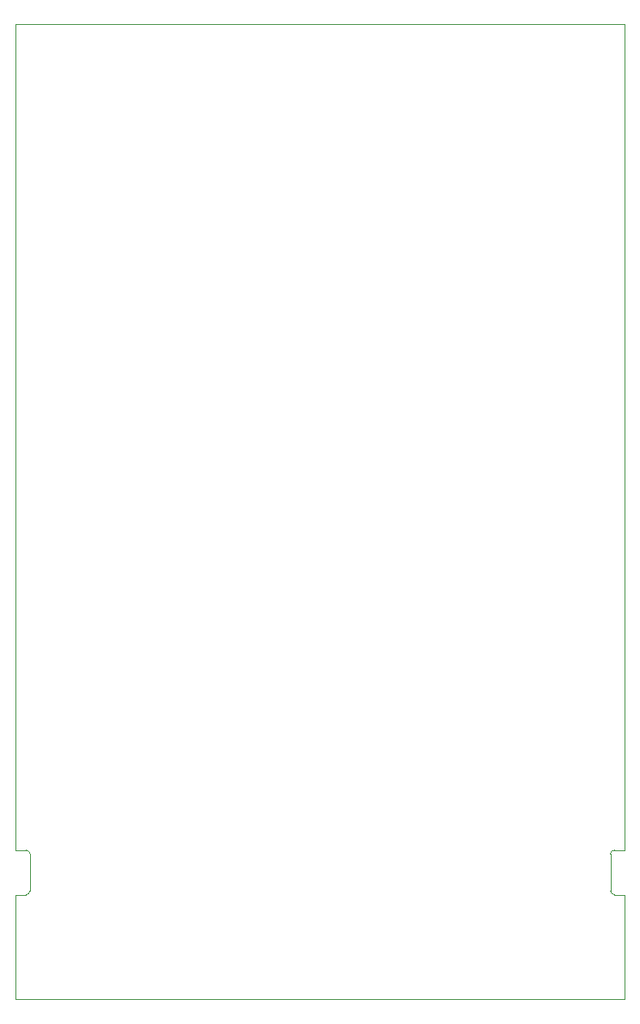
<source format=gbr>
%TF.GenerationSoftware,KiCad,Pcbnew,8.0.7*%
%TF.CreationDate,2025-02-23T13:29:02+00:00*%
%TF.ProjectId,WaveshareZeroKrell,57617665-7368-4617-9265-5a65726f4b72,rev?*%
%TF.SameCoordinates,Original*%
%TF.FileFunction,Profile,NP*%
%FSLAX46Y46*%
G04 Gerber Fmt 4.6, Leading zero omitted, Abs format (unit mm)*
G04 Created by KiCad (PCBNEW 8.0.7) date 2025-02-23 13:29:02*
%MOMM*%
%LPD*%
G01*
G04 APERTURE LIST*
%TA.AperFunction,Profile*%
%ADD10C,0.050000*%
%TD*%
%TA.AperFunction,Profile*%
%ADD11C,0.120000*%
%TD*%
G04 APERTURE END LIST*
D10*
X50000000Y-50000000D02*
X110000000Y-50000000D01*
X110000000Y-146000000D02*
X50000000Y-146000000D01*
X50000000Y-140000000D02*
X50000000Y-146000000D01*
X110000000Y-140000000D02*
X110000000Y-146000000D01*
X110000000Y-50000000D02*
X110000000Y-127000000D01*
X50000000Y-127000000D02*
X50000000Y-50000000D01*
D11*
%TO.C,J3*%
X50000000Y-131300000D02*
X50000000Y-127000000D01*
X50000000Y-135700000D02*
X50000000Y-140000000D01*
X51000000Y-131300000D02*
X50000000Y-131300000D01*
X51000000Y-135700000D02*
X50000000Y-135700000D01*
X51400000Y-135300000D02*
X51400000Y-131700000D01*
X51000000Y-131300000D02*
G75*
G02*
X51400000Y-131700000I-2J-400002D01*
G01*
X51400000Y-135300000D02*
G75*
G02*
X51000000Y-135700000I-400000J0D01*
G01*
%TO.C,J6*%
X108600000Y-131700000D02*
X108600000Y-135300000D01*
X109000000Y-131300000D02*
X110000000Y-131300000D01*
X109000000Y-135700000D02*
X110000000Y-135700000D01*
X110000000Y-131300000D02*
X110000000Y-127000000D01*
X110000000Y-135700000D02*
X110000000Y-140000000D01*
X108600000Y-131700000D02*
G75*
G02*
X109000000Y-131300000I400000J0D01*
G01*
X109000000Y-135700000D02*
G75*
G02*
X108600000Y-135300000I2J400002D01*
G01*
%TD*%
M02*

</source>
